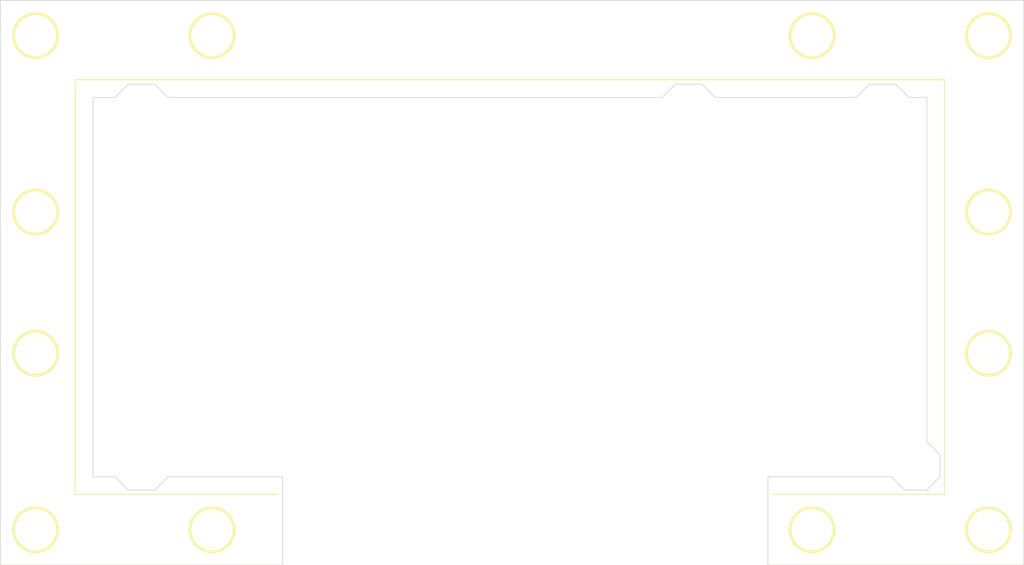
<source format=kicad_pcb>
(kicad_pcb (version 3) (host pcbnew "(2013-jul-07)-stable")

  (general
    (links 0)
    (no_connects 0)
    (area 48.209999 17.729999 195.630001 100.1776)
    (thickness 1.6)
    (drawings 38)
    (tracks 0)
    (zones 0)
    (modules 12)
    (nets 1)
  )

  (page A3)
  (layers
    (15 F.Cu signal)
    (2 Inner2.Cu power)
    (1 Inner1.Cu power)
    (0 B.Cu signal)
    (16 B.Adhes user)
    (17 F.Adhes user)
    (18 B.Paste user)
    (19 F.Paste user)
    (20 B.SilkS user)
    (21 F.SilkS user)
    (22 B.Mask user)
    (23 F.Mask user)
    (24 Dwgs.User user)
    (25 Cmts.User user)
    (26 Eco1.User user)
    (27 Eco2.User user)
    (28 Edge.Cuts user)
  )

  (setup
    (last_trace_width 0.254)
    (user_trace_width 0.254)
    (trace_clearance 0.2032)
    (zone_clearance 0.254)
    (zone_45_only no)
    (trace_min 0.254)
    (segment_width 0.15)
    (edge_width 0.1)
    (via_size 0.889)
    (via_drill 0.635)
    (via_min_size 0.889)
    (via_min_drill 0.508)
    (uvia_size 0.508)
    (uvia_drill 0.127)
    (uvias_allowed no)
    (uvia_min_size 0.508)
    (uvia_min_drill 0.127)
    (pcb_text_width 0.3)
    (pcb_text_size 1.5 1.5)
    (mod_edge_width 0.15)
    (mod_text_size 1 1)
    (mod_text_width 0.15)
    (pad_size 3.7973 3.7973)
    (pad_drill 3.175)
    (pad_to_mask_clearance 0)
    (aux_axis_origin 0 0)
    (visible_elements 7FFFFFBF)
    (pcbplotparams
      (layerselection 3178497)
      (usegerberextensions true)
      (excludeedgelayer true)
      (linewidth 0.150000)
      (plotframeref false)
      (viasonmask false)
      (mode 1)
      (useauxorigin false)
      (hpglpennumber 1)
      (hpglpenspeed 20)
      (hpglpendiameter 15)
      (hpglpenoverlay 2)
      (psnegative false)
      (psa4output false)
      (plotreference true)
      (plotvalue true)
      (plotothertext true)
      (plotinvisibletext false)
      (padsonsilk false)
      (subtractmaskfromsilk false)
      (outputformat 1)
      (mirror false)
      (drillshape 1)
      (scaleselection 1)
      (outputdirectory ""))
  )

  (net 0 "")

  (net_class Default "This is the default net class."
    (clearance 0.2032)
    (trace_width 0.254)
    (via_dia 0.889)
    (via_drill 0.635)
    (uvia_dia 0.508)
    (uvia_drill 0.127)
    (add_net "")
  )

  (net_class Power ""
    (clearance 0.2032)
    (trace_width 0.508)
    (via_dia 0.889)
    (via_drill 0.635)
    (uvia_dia 0.508)
    (uvia_drill 0.127)
  )

  (module Hole_M3 (layer F.Cu) (tedit 53540870) (tstamp 54FBD797)
    (at 190.5 22.86)
    (path Hole_M3)
    (fp_text reference Hole_M3 (at 0 -4.445) (layer F.SilkS) hide
      (effects (font (size 0.6 0.6) (thickness 0.127)))
    )
    (fp_text value VAL** (at 0 5.08) (layer F.SilkS) hide
      (effects (font (size 1.524 1.524) (thickness 0.3048)))
    )
    (fp_circle (center 0 0) (end 0 3.175) (layer F.SilkS) (width 0.381))
    (pad "" np_thru_hole circle (at 0 0) (size 3.7973 3.7973) (drill 3.7973)
      (layers *.Cu *.Mask F.SilkS)
    )
  )

  (module Hole_M3 (layer F.Cu) (tedit 53540870) (tstamp 54FBD7A2)
    (at 165.1 22.86)
    (path Hole_M3)
    (fp_text reference Hole_M3 (at 0 -4.445) (layer F.SilkS) hide
      (effects (font (size 0.6 0.6) (thickness 0.127)))
    )
    (fp_text value VAL** (at 0 5.08) (layer F.SilkS) hide
      (effects (font (size 1.524 1.524) (thickness 0.3048)))
    )
    (fp_circle (center 0 0) (end 0 3.175) (layer F.SilkS) (width 0.381))
    (pad "" np_thru_hole circle (at 0 0) (size 3.7973 3.7973) (drill 3.7973)
      (layers *.Cu *.Mask F.SilkS)
    )
  )

  (module Hole_M3 (layer F.Cu) (tedit 53540870) (tstamp 54FBD7AD)
    (at 78.74 22.86)
    (path Hole_M3)
    (fp_text reference Hole_M3 (at 0 -4.445) (layer F.SilkS) hide
      (effects (font (size 0.6 0.6) (thickness 0.127)))
    )
    (fp_text value VAL** (at 0 5.08) (layer F.SilkS) hide
      (effects (font (size 1.524 1.524) (thickness 0.3048)))
    )
    (fp_circle (center 0 0) (end 0 3.175) (layer F.SilkS) (width 0.381))
    (pad "" np_thru_hole circle (at 0 0) (size 3.7973 3.7973) (drill 3.7973)
      (layers *.Cu *.Mask F.SilkS)
    )
  )

  (module Hole_M3 (layer F.Cu) (tedit 53540870) (tstamp 54FBD7B8)
    (at 53.34 22.86)
    (path Hole_M3)
    (fp_text reference Hole_M3 (at 0 -4.445) (layer F.SilkS) hide
      (effects (font (size 0.6 0.6) (thickness 0.127)))
    )
    (fp_text value VAL** (at 0 5.08) (layer F.SilkS) hide
      (effects (font (size 1.524 1.524) (thickness 0.3048)))
    )
    (fp_circle (center 0 0) (end 0 3.175) (layer F.SilkS) (width 0.381))
    (pad "" np_thru_hole circle (at 0 0) (size 3.7973 3.7973) (drill 3.7973)
      (layers *.Cu *.Mask F.SilkS)
    )
  )

  (module Hole_M3 (layer F.Cu) (tedit 53540870) (tstamp 54FBD7CA)
    (at 53.34 93.98)
    (path Hole_M3)
    (fp_text reference Hole_M3 (at 0 -4.445) (layer F.SilkS) hide
      (effects (font (size 0.6 0.6) (thickness 0.127)))
    )
    (fp_text value VAL** (at 0 5.08) (layer F.SilkS) hide
      (effects (font (size 1.524 1.524) (thickness 0.3048)))
    )
    (fp_circle (center 0 0) (end 0 3.175) (layer F.SilkS) (width 0.381))
    (pad "" np_thru_hole circle (at 0 0) (size 3.7973 3.7973) (drill 3.7973)
      (layers *.Cu *.Mask F.SilkS)
    )
  )

  (module Hole_M3 (layer F.Cu) (tedit 53540870) (tstamp 54FBD7D5)
    (at 78.74 93.98)
    (path Hole_M3)
    (fp_text reference Hole_M3 (at 0 -4.445) (layer F.SilkS) hide
      (effects (font (size 0.6 0.6) (thickness 0.127)))
    )
    (fp_text value VAL** (at 0 5.08) (layer F.SilkS) hide
      (effects (font (size 1.524 1.524) (thickness 0.3048)))
    )
    (fp_circle (center 0 0) (end 0 3.175) (layer F.SilkS) (width 0.381))
    (pad "" np_thru_hole circle (at 0 0) (size 3.7973 3.7973) (drill 3.7973)
      (layers *.Cu *.Mask F.SilkS)
    )
  )

  (module Hole_M3 (layer F.Cu) (tedit 53540870) (tstamp 54FBD7E6)
    (at 190.5 93.98)
    (path Hole_M3)
    (fp_text reference Hole_M3 (at 0 -4.445) (layer F.SilkS) hide
      (effects (font (size 0.6 0.6) (thickness 0.127)))
    )
    (fp_text value VAL** (at 0 5.08) (layer F.SilkS) hide
      (effects (font (size 1.524 1.524) (thickness 0.3048)))
    )
    (fp_circle (center 0 0) (end 0 3.175) (layer F.SilkS) (width 0.381))
    (pad "" np_thru_hole circle (at 0 0) (size 3.7973 3.7973) (drill 3.7973)
      (layers *.Cu *.Mask F.SilkS)
    )
  )

  (module Hole_M3 (layer F.Cu) (tedit 53540870) (tstamp 54FBD7F1)
    (at 165.1 93.98)
    (path Hole_M3)
    (fp_text reference Hole_M3 (at 0 -4.445) (layer F.SilkS) hide
      (effects (font (size 0.6 0.6) (thickness 0.127)))
    )
    (fp_text value VAL** (at 0 5.08) (layer F.SilkS) hide
      (effects (font (size 1.524 1.524) (thickness 0.3048)))
    )
    (fp_circle (center 0 0) (end 0 3.175) (layer F.SilkS) (width 0.381))
    (pad "" np_thru_hole circle (at 0 0) (size 3.7973 3.7973) (drill 3.7973)
      (layers *.Cu *.Mask F.SilkS)
    )
  )

  (module Hole_M3 (layer F.Cu) (tedit 53540870) (tstamp 54FBD7FC)
    (at 53.34 68.58)
    (path Hole_M3)
    (fp_text reference Hole_M3 (at 0 -4.445) (layer F.SilkS) hide
      (effects (font (size 0.6 0.6) (thickness 0.127)))
    )
    (fp_text value VAL** (at 0 5.08) (layer F.SilkS) hide
      (effects (font (size 1.524 1.524) (thickness 0.3048)))
    )
    (fp_circle (center 0 0) (end 0 3.175) (layer F.SilkS) (width 0.381))
    (pad "" np_thru_hole circle (at 0 0) (size 3.7973 3.7973) (drill 3.7973)
      (layers *.Cu *.Mask F.SilkS)
    )
  )

  (module Hole_M3 (layer F.Cu) (tedit 53540870) (tstamp 54FBD807)
    (at 53.34 48.26)
    (path Hole_M3)
    (fp_text reference Hole_M3 (at 0 -4.445) (layer F.SilkS) hide
      (effects (font (size 0.6 0.6) (thickness 0.127)))
    )
    (fp_text value VAL** (at 0 5.08) (layer F.SilkS) hide
      (effects (font (size 1.524 1.524) (thickness 0.3048)))
    )
    (fp_circle (center 0 0) (end 0 3.175) (layer F.SilkS) (width 0.381))
    (pad "" np_thru_hole circle (at 0 0) (size 3.7973 3.7973) (drill 3.7973)
      (layers *.Cu *.Mask F.SilkS)
    )
  )

  (module Hole_M3 (layer F.Cu) (tedit 53540870) (tstamp 54FBD812)
    (at 190.5 48.26)
    (path Hole_M3)
    (fp_text reference Hole_M3 (at 0 -4.445) (layer F.SilkS) hide
      (effects (font (size 0.6 0.6) (thickness 0.127)))
    )
    (fp_text value VAL** (at 0 5.08) (layer F.SilkS) hide
      (effects (font (size 1.524 1.524) (thickness 0.3048)))
    )
    (fp_circle (center 0 0) (end 0 3.175) (layer F.SilkS) (width 0.381))
    (pad "" np_thru_hole circle (at 0 0) (size 3.7973 3.7973) (drill 3.7973)
      (layers *.Cu *.Mask F.SilkS)
    )
  )

  (module Hole_M3 (layer F.Cu) (tedit 53540870) (tstamp 54FBD81D)
    (at 190.5 68.58)
    (path Hole_M3)
    (fp_text reference Hole_M3 (at 0 -4.445) (layer F.SilkS) hide
      (effects (font (size 0.6 0.6) (thickness 0.127)))
    )
    (fp_text value VAL** (at 0 5.08) (layer F.SilkS) hide
      (effects (font (size 1.524 1.524) (thickness 0.3048)))
    )
    (fp_circle (center 0 0) (end 0 3.175) (layer F.SilkS) (width 0.381))
    (pad "" np_thru_hole circle (at 0 0) (size 3.7973 3.7973) (drill 3.7973)
      (layers *.Cu *.Mask F.SilkS)
    )
  )

  (gr_line (start 184.15 88.9) (end 159.385 88.9) (angle 90) (layer F.SilkS) (width 0.15))
  (gr_line (start 59.055 88.9) (end 88.265 88.9) (angle 90) (layer F.SilkS) (width 0.15))
  (gr_line (start 195.58 99.06) (end 158.75 99.06) (angle 90) (layer Edge.Cuts) (width 0.1))
  (gr_line (start 48.26 99.06) (end 88.9 99.06) (angle 90) (layer Edge.Cuts) (width 0.1))
  (gr_line (start 72.39 86.36) (end 88.9 86.36) (angle 90) (layer Edge.Cuts) (width 0.1))
  (gr_line (start 176.53 86.36) (end 158.75 86.36) (angle 90) (layer Edge.Cuts) (width 0.1))
  (gr_line (start 158.75 86.36) (end 158.75 99.06) (angle 90) (layer Edge.Cuts) (width 0.1))
  (gr_line (start 88.9 86.36) (end 88.9 99.06) (angle 90) (layer Edge.Cuts) (width 0.1))
  (gr_line (start 61.595 86.36) (end 64.77 86.36) (angle 90) (layer Edge.Cuts) (width 0.1))
  (gr_line (start 70.485 88.265) (end 72.39 86.36) (angle 90) (layer Edge.Cuts) (width 0.1))
  (gr_line (start 66.675 88.265) (end 70.485 88.265) (angle 90) (layer Edge.Cuts) (width 0.1))
  (gr_line (start 64.77 86.36) (end 66.675 88.265) (angle 90) (layer Edge.Cuts) (width 0.1))
  (gr_line (start 178.435 88.265) (end 176.53 86.36) (angle 90) (layer Edge.Cuts) (width 0.1))
  (gr_line (start 181.61 88.265) (end 178.435 88.265) (angle 90) (layer Edge.Cuts) (width 0.1))
  (gr_line (start 183.515 86.36) (end 181.61 88.265) (angle 90) (layer Edge.Cuts) (width 0.1))
  (gr_line (start 183.515 83.185) (end 183.515 86.36) (angle 90) (layer Edge.Cuts) (width 0.1))
  (gr_line (start 181.61 81.28) (end 183.515 83.185) (angle 90) (layer Edge.Cuts) (width 0.1))
  (gr_line (start 179.07 31.75) (end 181.61 31.75) (angle 90) (layer Edge.Cuts) (width 0.1))
  (gr_line (start 177.165 29.845) (end 179.07 31.75) (angle 90) (layer Edge.Cuts) (width 0.1))
  (gr_line (start 173.355 29.845) (end 177.165 29.845) (angle 90) (layer Edge.Cuts) (width 0.1))
  (gr_line (start 171.45 31.75) (end 173.355 29.845) (angle 90) (layer Edge.Cuts) (width 0.1))
  (gr_line (start 151.13 31.75) (end 171.45 31.75) (angle 90) (layer Edge.Cuts) (width 0.1))
  (gr_line (start 149.225 29.845) (end 151.13 31.75) (angle 90) (layer Edge.Cuts) (width 0.1))
  (gr_line (start 145.415 29.845) (end 149.225 29.845) (angle 90) (layer Edge.Cuts) (width 0.1))
  (gr_line (start 143.51 31.75) (end 145.415 29.845) (angle 90) (layer Edge.Cuts) (width 0.1))
  (gr_line (start 72.39 31.75) (end 143.51 31.75) (angle 90) (layer Edge.Cuts) (width 0.1))
  (gr_line (start 61.595 31.75) (end 64.77 31.75) (angle 90) (layer Edge.Cuts) (width 0.1))
  (gr_line (start 70.485 29.845) (end 72.39 31.75) (angle 90) (layer Edge.Cuts) (width 0.1))
  (gr_line (start 66.675 29.845) (end 70.485 29.845) (angle 90) (layer Edge.Cuts) (width 0.1))
  (gr_line (start 64.77 31.75) (end 66.675 29.845) (angle 90) (layer Edge.Cuts) (width 0.1))
  (gr_line (start 61.595 86.36) (end 61.595 31.75) (angle 90) (layer Edge.Cuts) (width 0.1))
  (gr_line (start 181.61 31.75) (end 181.61 81.28) (angle 90) (layer Edge.Cuts) (width 0.1))
  (gr_line (start 48.26 99.06) (end 48.26 17.78) (angle 90) (layer Edge.Cuts) (width 0.1))
  (gr_line (start 195.58 17.78) (end 195.58 99.06) (angle 90) (layer Edge.Cuts) (width 0.1))
  (gr_line (start 48.26 17.78) (end 195.58 17.78) (angle 90) (layer Edge.Cuts) (width 0.1))
  (gr_line (start 59.055 88.9) (end 59.055 29.21) (angle 90) (layer F.SilkS) (width 0.15))
  (gr_line (start 184.15 29.21) (end 184.15 88.9) (angle 90) (layer F.SilkS) (width 0.15))
  (gr_line (start 59.055 29.21) (end 184.15 29.21) (angle 90) (layer F.SilkS) (width 0.15))

)

</source>
